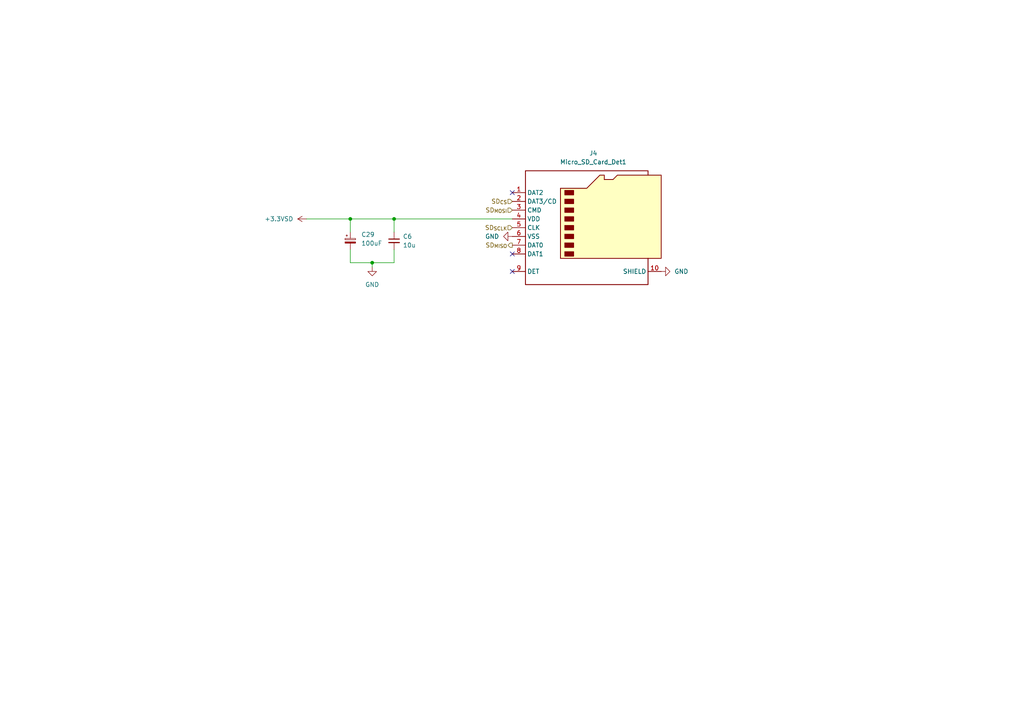
<source format=kicad_sch>
(kicad_sch (version 20230121) (generator eeschema)
  (paper "A4")
  (lib_symbols
    (symbol "Connector:Micro_SD_Card_Det1"
      (property "Reference" "J" (at -16.51 17.78 0))
      (property "Value" "Micro_SD_Card_Det1" (at 16.51 17.78 0))
      (symbol "Micro_SD_Card_Det1_0_1"
        (rectangle (start -7.62 -6.985) (end -5.08 -8.255) (stroke (width 0.254)) (fill (type outline)))
        (rectangle (start -7.62 -4.445) (end -5.08 -5.715) (stroke (width 0.254)) (fill (type outline)))
        (rectangle (start -7.62 -1.905) (end -5.08 -3.175) (stroke (width 0.254)) (fill (type outline)))
        (rectangle (start -7.62 0.635) (end -5.08 -0.635) (stroke (width 0.254)) (fill (type outline)))
        (rectangle (start -7.62 3.175) (end -5.08 1.905) (stroke (width 0.254)) (fill (type outline)))
        (rectangle (start -7.62 5.715) (end -5.08 4.445) (stroke (width 0.254)) (fill (type outline)))
        (rectangle (start -7.62 8.255) (end -5.08 6.985) (stroke (width 0.254)) (fill (type outline)))
        (rectangle (start -7.62 10.795) (end -5.08 9.525) (stroke (width 0.254)) (fill (type outline)))
        (polyline (pts (xy 16.51 15.24) (xy 16.51 16.51) (xy -19.05 16.51) (xy -19.05 -16.51) (xy 16.51 -16.51) (xy 16.51 -8.89)) (stroke (width 0.254)))
        (polyline (pts (xy -8.89 -8.89) (xy -8.89 11.43) (xy -1.27 11.43) (xy 2.54 15.24) (xy 3.81 15.24) (xy 3.81 13.97) (xy 6.35 13.97) (xy 7.62 15.24) (xy 20.32 15.24) (xy 20.32 -8.89) (xy -8.89 -8.89)) (stroke (width 0.254)) (fill (type background)))
      )
      (symbol "Micro_SD_Card_Det1_1_1"
        (pin bidirectional line (at -22.86 10.16 0) (length 3.81) (name "DAT2") (number "1"))
        (pin passive line (at 20.32 -12.7 180) (length 3.81) (name "SHIELD") (number "10"))
        (pin bidirectional line (at -22.86 7.62 0) (length 3.81) (name "DAT3/CD") (number "2"))
        (pin input line (at -22.86 5.08 0) (length 3.81) (name "CMD") (number "3"))
        (pin power_in line (at -22.86 2.54 0) (length 3.81) (name "VDD") (number "4"))
        (pin input line (at -22.86 0 0) (length 3.81) (name "CLK") (number "5"))
        (pin power_in line (at -22.86 -2.54 0) (length 3.81) (name "VSS") (number "6"))
        (pin bidirectional line (at -22.86 -5.08 0) (length 3.81) (name "DAT0") (number "7"))
        (pin bidirectional line (at -22.86 -7.62 0) (length 3.81) (name "DAT1") (number "8"))
        (pin passive line (at -22.86 -12.7 0) (length 3.81) (name "DET") (number "9"))
      )
    )
    (symbol "Device:C_Polarized_Small" (pin_numbers hide) (pin_names (offset 0.254) hide)
      (property "Reference" "C" (at 0.254 1.778 0))
      (property "Value" "C_Polarized_Small" (at 0.254 -2.032 0))
      (symbol "C_Polarized_Small_0_1"
        (rectangle (start -1.524 -0.3048) (end 1.524 -0.6858) (fill (type outline)))
        (rectangle (start -1.524 0.6858) (end 1.524 0.3048))
        (polyline (pts (xy -1.27 1.524) (xy -0.762 1.524)))
        (polyline (pts (xy -1.016 1.27) (xy -1.016 1.778)))
      )
      (symbol "C_Polarized_Small_1_1"
        (pin passive line (at 0 2.54 270) (length 1.8542) (name "~") (number "1"))
        (pin passive line (at 0 -2.54 90) (length 1.8542) (name "~") (number "2"))
      )
    )
    (symbol "Device:C_Small" (pin_numbers hide) (pin_names (offset 0.254) hide)
      (property "Reference" "C" (at 0.254 1.778 0))
      (property "Value" "C_Small" (at 0.254 -2.032 0))
      (symbol "C_Small_0_1"
        (polyline (pts (xy -1.524 -0.508) (xy 1.524 -0.508)) (stroke (width 0.3302)))
        (polyline (pts (xy -1.524 0.508) (xy 1.524 0.508)) (stroke (width 0.3048)))
      )
      (symbol "C_Small_1_1"
        (pin passive line (at 0 2.54 270) (length 2.032) (name "~") (number "1"))
        (pin passive line (at 0 -2.54 90) (length 2.032) (name "~") (number "2"))
      )
    )
    (symbol "Krecek:+3.3VSD" (power) (in_bom no) (on_board no)
      (property "Value" "+3.3VSD" (at 0 3.81 0))
      (symbol "+3.3VSD_0_1"
        (polyline (pts (xy -0.762 1.27) (xy 0 2.54)))
        (polyline (pts (xy 0 0) (xy 0 2.54)))
        (polyline (pts (xy 0 2.54) (xy 0.762 1.27)))
      )
      (symbol "+3.3VSD_1_1"
        (pin power_in line (at 0 0 90) (length 0) hide (name "+3.3VSD") (number "1"))
      )
    )
    (symbol "power:GND" (power) (pin_names (offset 0))
      (property "Value" "GND" (at 0 -3.81 0))
      (symbol "GND_0_1"
        (polyline (pts (xy 0 0) (xy 0 -1.27) (xy 1.27 -1.27) (xy 0 -2.54) (xy -1.27 -1.27) (xy 0 -1.27)))
      )
      (symbol "GND_1_1"
        (pin power_in line (at 0 0 270) (length 0) hide (name "GND") (number "1"))
      )
    )
  )
  (junction (at 107.95 76.2))
  (junction (at 114.3 63.5))
  (junction (at 101.6 63.5))
  (no_connect (at 148.59 55.88))
  (no_connect (at 148.59 73.66))
  (no_connect (at 148.59 78.74))
  (wire (pts (xy 107.95 76.2) (xy 114.3 76.2)))
  (wire (pts (xy 101.6 63.5) (xy 114.3 63.5)))
  (wire (pts (xy 101.6 76.2) (xy 107.95 76.2)))
  (wire (pts (xy 107.95 76.2) (xy 107.95 77.47)))
  (wire (pts (xy 114.3 72.39) (xy 114.3 76.2)))
  (wire (pts (xy 114.3 63.5) (xy 114.3 67.31)))
  (wire (pts (xy 101.6 63.5) (xy 101.6 67.31)))
  (wire (pts (xy 114.3 63.5) (xy 148.59 63.5)))
  (wire (pts (xy 101.6 72.39) (xy 101.6 76.2)))
  (wire (pts (xy 88.9 63.5) (xy 101.6 63.5)))
  (hierarchical_label "SD_{MOSI}" (shape input) (at 148.59 60.96 180))
  (hierarchical_label "SD_{SCLK}" (shape input) (at 148.59 66.04 180))
  (hierarchical_label "SD_{MISO}" (shape output) (at 148.59 71.12 180))
  (hierarchical_label "SD_{CS}" (shape input) (at 148.59 58.42 180))
  (symbol (lib_id "Krecek:+3.3VSD") (at 88.9 63.5 90) (unit 1) (in_bom no) (on_board no)
    (property "Reference" "#+3.3VSD03" (effects hide))
    (property "Value" "+3.3VSD" (at 85.09 63.5 90) (effects (justify left)))
  )
  (symbol (lib_id "Device:C_Small") (at 114.3 69.85 0) (mirror y) (unit 1)
    (property "Reference" "C6" (at 116.84 68.5863 0) (effects (justify right)))
    (property "Value" "10u" (at 116.84 71.1263 0) (effects (justify right)))
    (property "Footprint" "Capacitor_SMD:C_0402_1005Metric" (effects hide))
    (property "LCSC Part" "C15525" (effects hide))
    (instances (project "barbecue" (path "" (reference "C6") (unit 1))) (project "bento-vna" (path "" (reference "C2") (unit 1))) (project "pipi" (path "" (reference "C2") (unit 1)) (path "" (reference "C2") (unit 1)) (path "" (reference "C2") (unit 1))) (project "pipi" (path "" (reference "C2") (unit 1))) (project "krecek-0.9" (path "" (reference "C12") (unit 1)) (path "" (reference "C69") (unit 1)) (path "" (reference "C72") (unit 1))))
  )
  (symbol (lib_id "power:GND") (at 191.77 78.74 90) (unit 1)
    (property "Reference" "#PWR060" (effects hide))
    (property "Value" "GND" (at 195.58 78.74 90) (effects (justify right)))
    (instances (project "krecek-0.9" (path "" (reference "#PWR060") (unit 1)) (path "" (reference "#PWR0105") (unit 1))))
  )
  (symbol (lib_id "power:GND") (at 107.95 77.47 0) (unit 1)
    (property "Reference" "#PWR060" (effects hide))
    (property "Value" "GND" (at 107.95 82.55 0))
    (instances (project "krecek-0.9" (path "" (reference "#PWR060") (unit 1)) (path "" (reference "#PWR0104") (unit 1))))
  )
  (symbol (lib_id "Device:C_Polarized_Small") (at 101.6 69.85 0) (unit 1)
    (property "Reference" "C29" (at 104.775 68.0339 0) (effects (justify left)))
    (property "Value" "100uF" (at 104.775 70.5739 0) (effects (justify left)))
    (property "Footprint" "Capacitor_Tantalum_SMD:CP_EIA-3528-21_Kemet-B" (effects hide))
    (property "LCSC Part" "C16133" (effects hide))
    (instances (project "krecek-0.9" (path "" (reference "C29") (unit 1)) (path "" (reference "C71") (unit 1))))
  )
  (symbol (lib_id "power:GND") (at 148.59 68.58 270) (unit 1)
    (property "Reference" "#PWR060" (effects hide))
    (property "Value" "GND" (at 144.78 68.58 90) (effects (justify right)))
    (instances (project "krecek-0.9" (path "" (reference "#PWR060") (unit 1)) (path "" (reference "#PWR0103") (unit 1))))
  )
  (symbol (lib_id "Connector:Micro_SD_Card_Det1") (at 171.45 66.04 0) (unit 1)
    (property "Reference" "J4" (at 172.085 44.45 0))
    (property "Value" "Micro_SD_Card_Det1" (at 172.085 46.99 0))
    (property "Footprint" "LCSC:TF-SMD_TF-012" (effects hide))
    (property "Datasheet" "https://datasheet.lcsc.com/lcsc/2110151630_XKB-Connectivity-XKTF-015-N_C381082.pdf" (effects hide))
  )
)
</source>
